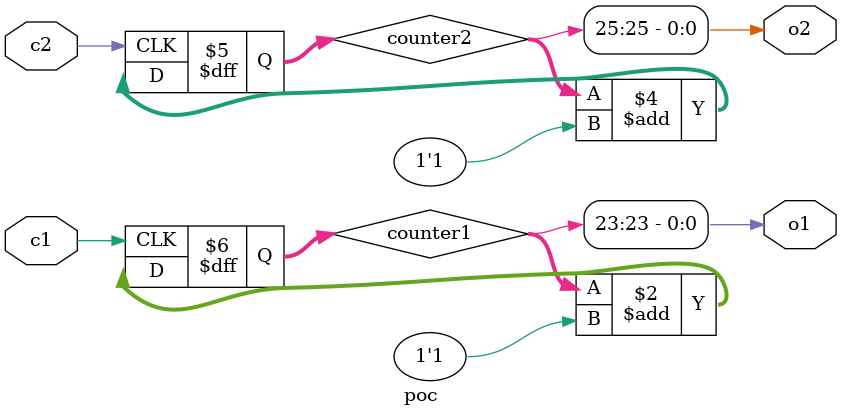
<source format=v>
`default_nettype none

module poc(c1, c2, o1, o2);

    input       c1, c2;
    output      o1, o2;

    reg [23:0]  counter1;
    reg [25:0]  counter2;

    always @(posedge c1)
        counter1 <= counter1 + 1'b1;

    always @(posedge c2)
        counter2 <= counter2 + 1'b1;

    assign o1 = counter1[23];
    assign o2 = counter2[25];

endmodule


</source>
